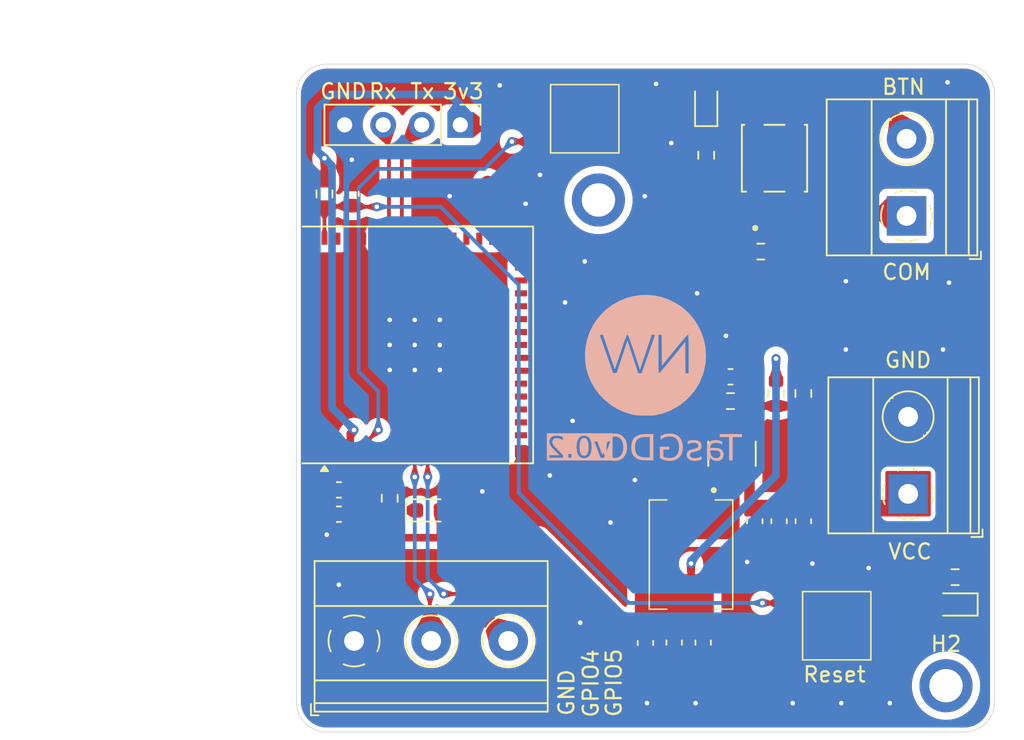
<source format=kicad_pcb>
(kicad_pcb (version 20240108) (generator "pcbnew") (generator_version "8.0")
  (title_block (title "TasGDO") (rev "v0.2"))
  (layers (0 "F.Cu" signal) (31 "B.Cu" signal) (34 "B.Paste" user) (35 "F.Paste" user) (36 "B.SilkS" user "B.Silkscreen") (37 "F.SilkS" user "F.Silkscreen") (38 "B.Mask" user) (39 "F.Mask" user) (44 "Edge.Cuts" user))
  (net 0 "")
  (net 1 "GND")
  (net 2 "/TX")
  (net 3 "/RX")
  (net 4 "+3.3V")
  (net 5 "/RELAY_LED")
  (net 18 "/BOOT_OPT")
  (net 22 "/CTRL")
  (net 23 "/ACT_LED")
  (net 31 "/EN")
  (net 38 "Net-(U2-SW)")
  (net 39 "Net-(C2-Pad1)")
  (net 40 "Net-(D2-K)")
  (net 41 "Net-(D3-K)")
  (net 42 "Net-(D4-K)")
  (net 43 "/RELAY")
  (net 44 "Net-(U2-BOOT)")
  (net 45 "Net-(U2-FB)")
  (net 46 "/GPIO5")
  (net 48 "/GPIO4")
  (net 50 "Net-(J3-Pin_1)")
  (net 51 "Net-(J3-Pin_2)")
  (net 52 "Net-(J4-Pin_1)")
  (net 54 "Net-(K1-Pad1)")
  (footprint "Resistor_SMD:R_0603_1608Metric" (layer "F.Cu") (at 155.6 90.7 90)
    (property "Reference" "R8" (hide yes))
    (property "Value" "30.9K" (hide yes))
    (pad "1" smd roundrect (at -0.825 0 90) (size 0.8 0.95) (layers "F.Cu" "F.Paste" "F.Mask") (net 45 "Net-(U2-FB)"))
    (pad "2" smd roundrect (at 0.825 0 90) (size 0.8 0.95) (layers "F.Cu" "F.Paste" "F.Mask") (net 4 "+3.3V"))
  )
  (footprint "TerminalBlock_Phoenix:TerminalBlock_Phoenix_MKDS-1,5-2-5.08_1x02_P5.08mm_Horizontal" (layer "F.Cu") (at 164.305 97.3125 90)
    (property "Reference" "J4" (hide yes))
    (property "Value" "Screw_Terminal_01x02" (hide yes))
    (pad "1" thru_hole rect (at 0 0 90) (size 2.6 2.6) (drill 1.3) (layers "*.Cu" "*.Mask") (net 52 "Net-(J4-Pin_1)"))
    (pad "2" thru_hole circle (at 5.08 0 90) (size 2.6 2.6) (drill 1.3) (layers "*.Cu" "*.Mask") (net 1 "GND"))
  )
  (footprint "Resistor_SMD:R_0603_1608Metric" (layer "F.Cu") (at 152.6 91.2)
    (property "Reference" "R7" (hide yes))
    (property "Value" "30" (hide yes))
    (pad "1" smd roundrect (at -0.825 0) (size 0.8 0.95) (layers "F.Cu" "F.Paste" "F.Mask") (net 44 "Net-(U2-BOOT)"))
    (pad "2" smd roundrect (at 0.825 0) (size 0.8 0.95) (layers "F.Cu" "F.Paste" "F.Mask") (net 39 "Net-(C2-Pad1)"))
  )
  (footprint "TerminalBlock_Phoenix:TerminalBlock_Phoenix_MKDS-1,5-2-5.08_1x02_P5.08mm_Horizontal" (layer "F.Cu") (at 164.2 79 90)
    (property "Reference" "J3" (hide yes))
    (property "Value" "Screw_Terminal_01x02" (hide yes))
    (pad "1" thru_hole rect (at 0 0 90) (size 2.6 2.6) (drill 1.3) (layers "*.Cu" "*.Mask") (net 50 "Net-(J3-Pin_1)"))
    (pad "2" thru_hole circle (at 5.08 0 90) (size 2.6 2.6) (drill 1.3) (layers "*.Cu" "*.Mask") (net 51 "Net-(J3-Pin_2)"))
  )
  (footprint "Capacitor_SMD:C_0603_1608Metric" (layer "F.Cu") (at 154.2 99.1125 90)
    (property "Reference" "C7" (hide yes))
    (property "Value" "100n" (hide yes))
    (pad "1" smd roundrect (at -0.775 0 90) (size 0.9 0.95) (layers "F.Cu" "F.Paste" "F.Mask") (net 1 "GND"))
    (pad "2" smd roundrect (at 0.775 0 90) (size 0.9 0.95) (layers "F.Cu" "F.Paste" "F.Mask") (net 52 "Net-(J4-Pin_1)"))
  )
  (footprint "Resistor_SMD:R_0603_1608Metric" (layer "F.Cu") (at 154.6 81.35)
    (property "Reference" "R2" (hide yes))
    (property "Value" "220" (hide yes))
    (pad "1" smd roundrect (at -0.825 0) (size 0.8 0.95) (layers "F.Cu" "F.Paste" "F.Mask") (net 43 "/RELAY"))
    (pad "2" smd roundrect (at 0.825 0) (size 0.8 0.95) (layers "F.Cu" "F.Paste" "F.Mask") (net 54 "Net-(K1-Pad1)"))
  )
  (footprint "Fiducial:Fiducial_1mm_Mask2mm" (layer "F.Cu") (at 154.1 111)
    (property "Reference" "FID2" (hide yes))
    (property "Value" "Fiducial" (hide yes))
    (pad "" smd circle (at 0 0) (size 1 1) (layers "F.Cu" "F.Mask") (clearance 0.5))
  )
  (footprint "LED_SMD:LED_0603_1608Metric" (layer "F.Cu") (at 151 71.6 90)
    (property "Reference" "D3" (hide yes))
    (property "Value" "Red" (hide yes))
    (pad "1" smd roundrect (at -0.7875 0 90) (size 0.875 0.95) (layers "F.Cu" "F.Paste" "F.Mask") (net 41 "Net-(D3-K)"))
    (pad "2" smd roundrect (at 0.7875 0 90) (size 0.875 0.95) (layers "F.Cu" "F.Paste" "F.Mask") (net 4 "+3.3V"))
  )
  (footprint "tasgdo:K2-1109SP-B4SA-01" (layer "F.Cu") (at 159.6 106 180)
    (property "Reference" "SW1" (hide yes))
    (property "Value" "SW_Push" (hide yes))
    (pad "1" smd roundrect (at -3.3 -1.5 180) (size 1.4 0.9) (layers "F.Cu" "F.Paste" "F.Mask") (net 1 "GND"))
    (pad "1" smd roundrect (at 3.3 -1.5 180) (size 1.4 0.9) (layers "F.Cu" "F.Paste" "F.Mask") (net 1 "GND"))
    (pad "2" smd roundrect (at -3.3 1.5 180) (size 1.4 0.9) (layers "F.Cu" "F.Paste" "F.Mask") (net 31 "/EN"))
    (pad "2" smd roundrect (at 3.3 1.5 180) (size 1.4 0.9) (layers "F.Cu" "F.Paste" "F.Mask") (net 31 "/EN"))
  )
  (footprint "MountingHole:MountingHole_2.2mm_M2_ISO7380_Pad" (layer "F.Cu") (at 143.9 77.95)
    (property "Reference" "H1" (hide yes))
    (property "Value" "MountingHole" (hide yes))
    (pad "1" thru_hole circle (at 0 0) (size 3.5 3.5) (drill 2.2) (layers "*.Cu" "*.Mask"))
  )
  (footprint "Resistor_SMD:R_0603_1608Metric" (layer "F.Cu") (at 167.4 102.8 180)
    (property "Reference" "R6" (hide yes))
    (property "Value" "1K" (hide yes))
    (pad "1" smd roundrect (at -0.825 0 180) (size 0.8 0.95) (layers "F.Cu" "F.Paste" "F.Mask") (net 42 "Net-(D4-K)"))
    (pad "2" smd roundrect (at 0.825 0 180) (size 0.8 0.95) (layers "F.Cu" "F.Paste" "F.Mask") (net 1 "GND"))
  )
  (footprint "Capacitor_SMD:C_0603_1608Metric" (layer "F.Cu") (at 126.8 98.65 180)
    (property "Reference" "C4" (hide yes))
    (property "Value" "10u" (hide yes))
    (pad "1" smd roundrect (at -0.775 0 180) (size 0.9 0.95) (layers "F.Cu" "F.Paste" "F.Mask") (net 4 "+3.3V"))
    (pad "2" smd roundrect (at 0.775 0 180) (size 0.9 0.95) (layers "F.Cu" "F.Paste" "F.Mask") (net 1 "GND"))
  )
  (footprint "Resistor_SMD:R_0603_1608Metric" (layer "F.Cu") (at 157.4 90.7 -90)
    (property "Reference" "R9" (hide yes))
    (property "Value" "10K" (hide yes))
    (pad "1" smd roundrect (at -0.825 0 270) (size 0.8 0.95) (layers "F.Cu" "F.Paste" "F.Mask") (net 1 "GND"))
    (pad "2" smd roundrect (at 0.825 0 270) (size 0.8 0.95) (layers "F.Cu" "F.Paste" "F.Mask") (net 45 "Net-(U2-FB)"))
  )
  (footprint "Capacitor_SMD:C_0603_1608Metric" (layer "F.Cu") (at 127.6 77.55 90)
    (property "Reference" "C1" (hide yes))
    (property "Value" "100n" (hide yes))
    (pad "1" smd roundrect (at -0.775 0 90) (size 0.9 0.95) (layers "F.Cu" "F.Paste" "F.Mask") (net 31 "/EN"))
    (pad "2" smd roundrect (at 0.775 0 90) (size 0.9 0.95) (layers "F.Cu" "F.Paste" "F.Mask") (net 1 "GND"))
  )
  (footprint "tasgdo:K2-1109SP-B4SA-01" (layer "F.Cu") (at 143 72.6)
    (property "Reference" "SW2" (hide yes))
    (property "Value" "SW_Push" (hide yes))
    (pad "1" smd roundrect (at -3.3 -1.5) (size 1.4 0.9) (layers "F.Cu" "F.Paste" "F.Mask") (net 1 "GND"))
    (pad "1" smd roundrect (at 3.3 -1.5) (size 1.4 0.9) (layers "F.Cu" "F.Paste" "F.Mask") (net 1 "GND"))
    (pad "2" smd roundrect (at -3.3 1.5) (size 1.4 0.9) (layers "F.Cu" "F.Paste" "F.Mask") (net 18 "/BOOT_OPT"))
    (pad "2" smd roundrect (at 3.3 1.5) (size 1.4 0.9) (layers "F.Cu" "F.Paste" "F.Mask") (net 18 "/BOOT_OPT"))
  )
  (footprint "Capacitor_SMD:C_0603_1608Metric" (layer "F.Cu") (at 126.8 97.05 180)
    (property "Reference" "C3" (hide yes))
    (property "Value" "100n" (hide yes))
    (pad "1" smd roundrect (at -0.775 0 180) (size 0.9 0.95) (layers "F.Cu" "F.Paste" "F.Mask") (net 4 "+3.3V"))
    (pad "2" smd roundrect (at 0.775 0 180) (size 0.9 0.95) (layers "F.Cu" "F.Paste" "F.Mask") (net 1 "GND"))
  )
  (footprint "Resistor_SMD:R_0603_1608Metric" (layer "F.Cu") (at 151 75 -90)
    (property "Reference" "R5" (hide yes))
    (property "Value" "1K" (hide yes))
    (pad "1" smd roundrect (at -0.825 0 270) (size 0.8 0.95) (layers "F.Cu" "F.Paste" "F.Mask") (net 41 "Net-(D3-K)"))
    (pad "2" smd roundrect (at 0.825 0 270) (size 0.8 0.95) (layers "F.Cu" "F.Paste" "F.Mask") (net 5 "/RELAY_LED"))
  )
  (footprint "Capacitor_SMD:C_0603_1608Metric" (layer "F.Cu") (at 152.6 89.6 180)
    (property "Reference" "C2" (hide yes))
    (property "Value" "100n" (hide yes))
    (pad "1" smd roundrect (at -0.775 0 180) (size 0.9 0.95) (layers "F.Cu" "F.Paste" "F.Mask") (net 39 "Net-(C2-Pad1)"))
    (pad "2" smd roundrect (at 0.775 0 180) (size 0.9 0.95) (layers "F.Cu" "F.Paste" "F.Mask") (net 38 "Net-(U2-SW)"))
  )
  (footprint "tasgdo:TPS56339DDCR" (layer "F.Cu") (at 152.7 94.6675 90)
    (property "Reference" "U2" (hide yes))
    (property "Value" "TPS56339DDCR" (hide yes))
    (pad "1" smd roundrect (at -1.155 -0.95 90) (size 1.45 0.59) (layers "F.Cu" "F.Paste" "F.Mask") (roundrect_rratio 0.125) (net 1 "GND"))
    (pad "2" smd roundrect (at -1.155 0 90) (size 1.45 0.59) (layers "F.Cu" "F.Paste" "F.Mask") (roundrect_rratio 0.125) (net 38 "Net-(U2-SW)"))
    (pad "3" smd roundrect (at -1.155 0.95 90) (size 1.45 0.59) (layers "F.Cu" "F.Paste" "F.Mask") (roundrect_rratio 0.125) (net 52 "Net-(J4-Pin_1)"))
    (pad "4" smd roundrect (at 1.155 0.95 90) (size 1.45 0.59) (layers "F.Cu" "F.Paste" "F.Mask") (roundrect_rratio 0.125) (net 45 "Net-(U2-FB)"))
    (pad "5" smd roundrect (at 1.155 0 90) (size 1.45 0.59) (layers "F.Cu" "F.Paste" "F.Mask") (roundrect_rratio 0.125))
    (pad "6" smd roundrect (at 1.155 -0.95 90) (size 1.45 0.59) (layers "F.Cu" "F.Paste" "F.Mask") (roundrect_rratio 0.125) (net 44 "Net-(U2-BOOT)"))
  )
  (footprint "tasgdo:SOIC254P680X230-4N" (layer "F.Cu") (at 155.5 75.2 90)
    (property "Reference" "K1" (hide yes))
    (property "Value" "AQY212GSX" (hide yes))
    (pad "1" smd roundrect (at -3.15 -1.27 90) (size 1.61 0.57) (layers "F.Cu" "F.Paste" "F.Mask") (roundrect_rratio 0.125) (net 54 "Net-(K1-Pad1)"))
    (pad "2" smd roundrect (at -3.15 1.27 90) (size 1.61 0.57) (layers "F.Cu" "F.Paste" "F.Mask") (roundrect_rratio 0.125) (net 1 "GND"))
    (pad "3" smd roundrect (at 3.15 1.27 90) (size 1.61 0.57) (layers "F.Cu" "F.Paste" "F.Mask") (roundrect_rratio 0.125) (net 51 "Net-(J3-Pin_2)"))
    (pad "4" smd roundrect (at 3.15 -1.27 90) (size 1.61 0.57) (layers "F.Cu" "F.Paste" "F.Mask") (roundrect_rratio 0.125) (net 50 "Net-(J3-Pin_1)"))
  )
  (footprint "Resistor_SMD:R_0603_1608Metric" (layer "F.Cu") (at 130.15 97.6 90)
    (property "Reference" "R4" (hide yes))
    (property "Value" "1K" (hide yes))
    (pad "1" smd roundrect (at -0.825 0 90) (size 0.8 0.95) (layers "F.Cu" "F.Paste" "F.Mask") (net 40 "Net-(D2-K)"))
    (pad "2" smd roundrect (at 0.825 0 90) (size 0.8 0.95) (layers "F.Cu" "F.Paste" "F.Mask") (net 23 "/ACT_LED"))
  )
  (footprint "tasgdo:YSPI0530" (layer "F.Cu") (at 150 101.3125 -90)
    (property "Reference" "L1" (hide yes))
    (property "Value" "4.7uH" (hide yes))
    (pad "1" smd rect (at -2.51 0 270) (size 2 2.5) (layers "F.Cu" "F.Paste" "F.Mask") (net 38 "Net-(U2-SW)"))
    (pad "2" smd rect (at 2.49 0 270) (size 2 2.5) (layers "F.Cu" "F.Paste" "F.Mask") (net 4 "+3.3V"))
  )
  (footprint "Capacitor_SMD:C_0603_1608Metric" (layer "F.Cu") (at 155.8 99.1125 90)
    (property "Reference" "C5" (hide yes))
    (property "Value" "10u" (hide yes))
    (pad "1" smd roundrect (at -0.775 0 90) (size 0.9 0.95) (layers "F.Cu" "F.Paste" "F.Mask") (net 1 "GND"))
    (pad "2" smd roundrect (at 0.775 0 90) (size 0.9 0.95) (layers "F.Cu" "F.Paste" "F.Mask") (net 52 "Net-(J4-Pin_1)"))
  )
  (footprint "Connector_PinHeader_2.54mm:PinHeader_1x04_P2.54mm_Vertical" (layer "F.Cu") (at 134.8 73 -90)
    (property "Reference" "J2" (hide yes))
    (property "Value" "Conn_01x04_Pin" (hide yes))
    (pad "1" thru_hole rect (at 0 0 270) (size 1.7 1.7) (drill 1) (layers "*.Cu" "*.Mask") (net 4 "+3.3V"))
    (pad "2" thru_hole oval (at 0 2.54 270) (size 1.7 1.7) (drill 1) (layers "*.Cu" "*.Mask") (net 2 "/TX"))
    (pad "3" thru_hole oval (at 0 5.08 270) (size 1.7 1.7) (drill 1) (layers "*.Cu" "*.Mask") (net 3 "/RX"))
    (pad "4" thru_hole oval (at 0 7.62 270) (size 1.7 1.7) (drill 1) (layers "*.Cu" "*.Mask") (net 1 "GND"))
  )
  (footprint "Capacitor_SMD:C_0603_1608Metric" (layer "F.Cu") (at 157.4 99.1125 90)
    (property "Reference" "C6" (hide yes))
    (property "Value" "10u" (hide yes))
    (pad "1" smd roundrect (at -0.775 0 90) (size 0.9 0.95) (layers "F.Cu" "F.Paste" "F.Mask") (net 1 "GND"))
    (pad "2" smd roundrect (at 0.775 0 90) (size 0.9 0.95) (layers "F.Cu" "F.Paste" "F.Mask") (net 52 "Net-(J4-Pin_1)"))
  )
  (footprint "LED_SMD:LED_0603_1608Metric" (layer "F.Cu") (at 132.7 98.4)
    (property "Reference" "D2" (hide yes))
    (property "Value" "B" (hide yes))
    (pad "1" smd roundrect (at -0.7875 0) (size 0.875 0.95) (layers "F.Cu" "F.Paste" "F.Mask") (net 40 "Net-(D2-K)"))
    (pad "2" smd roundrect (at 0.7875 0) (size 0.875 0.95) (layers "F.Cu" "F.Paste" "F.Mask") (net 4 "+3.3V"))
  )
  (footprint "TerminalBlock_Phoenix:TerminalBlock_Phoenix_MKDS-1,5-3-5.08_1x03_P5.08mm_Horizontal" (layer "F.Cu") (at 127.8 107)
    (property "Reference" "J6" (hide yes))
    (property "Value" "Screw_Terminal_01x03" (hide yes))
    (pad "1" thru_hole rect (at 0 0) (size 2.6 2.6) (drill 1.3) (layers "*.Cu" "*.Mask") (net 1 "GND"))
    (pad "2" thru_hole circle (at 5.08 0) (size 2.6 2.6) (drill 1.3) (layers "*.Cu" "*.Mask") (net 48 "/GPIO4"))
    (pad "3" thru_hole circle (at 10.16 0) (size 2.6 2.6) (drill 1.3) (layers "*.Cu" "*.Mask") (net 46 "/GPIO5"))
  )
  (footprint "MountingHole:MountingHole_2.2mm_M2_ISO7380_Pad" (layer "F.Cu") (at 166.8 109.95)
    (property "Reference" "H2" (at 0 -2.75 0) (layer "F.SilkS"))
    (property "Value" "MountingHole")
    (pad "1" thru_hole circle (at 0 0) (size 3.5 3.5) (drill 2.2) (layers "*.Cu" "*.Mask"))
  )
  (footprint "Fiducial:Fiducial_1mm_Mask2mm" (layer "F.Cu") (at 136.6 76.85)
    (property "Reference" "FID1" (hide yes))
    (property "Value" "Fiducial" (hide yes))
    (pad "" smd circle (at 0 0) (size 1 1) (layers "F.Cu" "F.Mask") (clearance 0.5))
  )
  (footprint "tasgdo:ESP32-S2-MINI-1" (layer "F.Cu") (at 129.25 87.5 90)
    (property "Reference" "U1" (hide yes))
    (property "Value" "ESP32-S3-MINI-2" (hide yes))
    (pad "1" smd rect (at -7 -3.4 90) (size 0.8 0.4) (layers "F.Cu" "F.Paste" "F.Mask") (net 1 "GND"))
    (pad "2" smd rect (at -7 -2.55 90) (size 0.8 0.4) (layers "F.Cu" "F.Paste" "F.Mask") (net 1 "GND"))
    (pad "3" smd rect (at -7 -1.7 90) (size 0.8 0.4) (layers "F.Cu" "F.Paste" "F.Mask") (net 4 "+3.3V"))
    (pad "4" smd rect (at -7 -0.85 90) (size 0.8 0.4) (layers "F.Cu" "F.Paste" "F.Mask") (net 18 "/BOOT_OPT"))
    (pad "5" smd rect (at -7 0 90) (size 0.8 0.4) (layers "F.Cu" "F.Paste" "F.Mask"))
    (pad "6" smd rect (at -7 0.85 90) (size 0.8 0.4) (layers "F.Cu" "F.Paste" "F.Mask") (net 23 "/ACT_LED"))
    (pad "7" smd rect (at -7 1.7 90) (size 0.8 0.4) (layers "F.Cu" "F.Paste" "F.Mask"))
    (pad "8" smd rect (at -7 2.55 90) (size 0.8 0.4) (layers "F.Cu" "F.Paste" "F.Mask") (net 48 "/GPIO4"))
    (pad "9" smd rect (at -7 3.4 90) (size 0.8 0.4) (layers "F.Cu" "F.Paste" "F.Mask") (net 46 "/GPIO5"))
    (pad "10" smd rect (at -7 4.25 90) (size 0.8 0.4) (layers "F.Cu" "F.Paste" "F.Mask"))
    (pad "11" smd rect (at -7 5.1 90) (size 0.8 0.4) (layers "F.Cu" "F.Paste" "F.Mask"))
    (pad "12" smd rect (at -7 5.95 90) (size 0.8 0.4) (layers "F.Cu" "F.Paste" "F.Mask"))
    (pad "13" smd rect (at -7 6.8 90) (size 0.8 0.4) (layers "F.Cu" "F.Paste" "F.Mask") (net 22 "/CTRL"))
    (pad "14" smd rect (at -7 7.65 90) (size 0.8 0.4) (layers "F.Cu" "F.Paste" "F.Mask"))
    (pad "15" smd rect (at -7 8.5 90) (size 0.8 0.4) (layers "F.Cu" "F.Paste" "F.Mask"))
    (pad "16" smd rect (at -5.95 9.55 180) (size 0.8 0.4) (layers "F.Cu" "F.Paste" "F.Mask"))
    (pad "17" smd rect (at -5.1 9.55 180) (size 0.8 0.4) (layers "F.Cu" "F.Paste" "F.Mask"))
    (pad "18" smd rect (at -4.25 9.55 180) (size 0.8 0.4) (layers "F.Cu" "F.Paste" "F.Mask"))
    (pad "19" smd rect (at -3.4 9.55 180) (size 0.8 0.4) (layers "F.Cu" "F.Paste" "F.Mask"))
    (pad "20" smd rect (at -2.55 9.55 180) (size 0.8 0.4) (layers "F.Cu" "F.Paste" "F.Mask"))
    (pad "21" smd rect (at -1.7 9.55 180) (size 0.8 0.4) (layers "F.Cu" "F.Paste" "F.Mask") (net 43 "/RELAY"))
    (pad "22" smd rect (at -0.85 9.55 180) (size 0.8 0.4) (layers "F.Cu" "F.Paste" "F.Mask") (net 5 "/RELAY_LED"))
    (pad "23" smd rect (at 0 9.55 180) (size 0.8 0.4) (layers "F.Cu" "F.Paste" "F.Mask"))
    (pad "24" smd rect (at 0.85 9.55 180) (size 0.8 0.4) (layers "F.Cu" "F.Paste" "F.Mask"))
    (pad "25" smd rect (at 1.7 9.55 180) (size 0.8 0.4) (layers "F.Cu" "F.Paste" "F.Mask"))
    (pad "26" smd rect (at 2.55 9.55 180) (size 0.8 0.4) (layers "F.Cu" "F.Paste" "F.Mask"))
    (pad "27" smd rect (at 3.4 9.55 180) (size 0.8 0.4) (layers "F.Cu" "F.Paste" "F.Mask"))
    (pad "28" smd rect (at 4.25 9.55 180) (size 0.8 0.4) (layers "F.Cu" "F.Paste" "F.Mask"))
    (pad "29" smd rect (at 5.1 9.55 180) (size 0.8 0.4) (layers "F.Cu" "F.Paste" "F.Mask"))
    (pad "30" smd rect (at 5.95 9.55 180) (size 0.8 0.4) (layers "F.Cu" "F.Paste" "F.Mask"))
    (pad "31" smd rect (at 7 8.5 90) (size 0.8 0.4) (layers "F.Cu" "F.Paste" "F.Mask"))
    (pad "32" smd rect (at 7 7.65 90) (size 0.8 0.4) (layers "F.Cu" "F.Paste" "F.Mask"))
    (pad "33" smd rect (at 7 6.8 90) (size 0.8 0.4) (layers "F.Cu" "F.Paste" "F.Mask"))
    (pad "34" smd rect (at 7 5.95 90) (size 0.8 0.4) (layers "F.Cu" "F.Paste" "F.Mask"))
    (pad "35" smd rect (at 7 5.1 90) (size 0.8 0.4) (layers "F.Cu" "F.Paste" "F.Mask"))
    (pad "36" smd rect (at 7 4.25 90) (size 0.8 0.4) (layers "F.Cu" "F.Paste" "F.Mask"))
    (pad "37" smd rect (at 7 3.4 90) (size 0.8 0.4) (layers "F.Cu" "F.Paste" "F.Mask"))
    (pad "38" smd rect (at 7 2.55 90) (size 0.8 0.4) (layers "F.Cu" "F.Paste" "F.Mask"))
    (pad "39" smd rect (at 7 1.7 90) (size 0.8 0.4) (layers "F.Cu" "F.Paste" "F.Mask") (net 2 "/TX"))
    (pad "40" smd rect (at 7 0.85 90) (size 0.8 0.4) (layers "F.Cu" "F.Paste" "F.Mask") (net 3 "/RX"))
    (pad "41" smd rect (at 7 0 90) (size 0.8 0.4) (layers "F.Cu" "F.Paste" "F.Mask"))
    (pad "42" smd rect (at 7 -0.85 90) (size 0.8 0.4) (layers "F.Cu" "F.Paste" "F.Mask") (net 1 "GND"))
    (pad "43" smd rect (at 7 -1.7 90) (size 0.8 0.4) (layers "F.Cu" "F.Paste" "F.Mask") (net 1 "GND"))
    (pad "44" smd rect (at 7 -2.55 90) (size 0.8 0.4) (layers "F.Cu" "F.Paste" "F.Mask"))
    (pad "45" smd rect (at 7 -3.4 90) (size 0.8 0.4) (layers "F.Cu" "F.Paste" "F.Mask") (net 31 "/EN"))
    (pad "46" smd rect (at 5.95 -4.45 180) (size 0.8 0.4) (layers "F.Cu" "F.Paste" "F.Mask") (net 1 "GND"))
    (pad "47" smd rect (at 5.1 -4.45 180) (size 0.8 0.4) (layers "F.Cu" "F.Paste" "F.Mask") (net 1 "GND"))
    (pad "48" smd rect (at 4.25 -4.45 180) (size 0.8 0.4) (layers "F.Cu" "F.Paste" "F.Mask") (net 1 "GND"))
    (pad "49" smd rect (at 3.4 -4.45 180) (size 0.8 0.4) (layers "F.Cu" "F.Paste" "F.Mask") (net 1 "GND"))
    (pad "50" smd rect (at 2.55 -4.45 180) (size 0.8 0.4) (layers "F.Cu" "F.Paste" "F.Mask") (net 1 "GND"))
    (pad "51" smd rect (at 1.7 -4.45 180) (size 0.8 0.4) (layers "F.Cu" "F.Paste" "F.Mask") (net 1 "GND"))
    (pad "52" smd rect (at 0.85 -4.45 180) (size 0.8 0.4) (layers "F.Cu" "F.Paste" "F.Mask") (net 1 "GND"))
    (pad "53" smd rect (at 0 -4.45 180) (size 0.8 0.4) (layers "F.Cu" "F.Paste" "F.Mask") (net 1 "GND"))
    (pad "54" smd rect (at -0.85 -4.45 180) (size 0.8 0.4) (layers "F.Cu" "F.Paste" "F.Mask") (net 1 "GND"))
    (pad "55" smd rect (at -1.7 -4.45 180) (size 0.8 0.4) (layers "F.Cu" "F.Paste" "F.Mask") (net 1 "GND"))
    (pad "56" smd rect (at -2.55 -4.45 180) (size 0.8 0.4) (layers "F.Cu" "F.Paste" "F.Mask") (net 1 "GND"))
    (pad "57" smd rect (at -3.4 -4.45 180) (size 0.8 0.4) (layers "F.Cu" "F.Paste" "F.Mask") (net 1 "GND"))
    (pad "58" smd rect (at -4.25 -4.45 180) (size 0.8 0.4) (layers "F.Cu" "F.Paste" "F.Mask") (net 1 "GND"))
    (pad "59" smd rect (at -5.1 -4.45 180) (size 0.8 0.4) (layers "F.Cu" "F.Paste" "F.Mask") (net 1 "GND"))
    (pad "60" smd rect (at -5.95 -4.45 180) (size 0.8 0.4) (layers "F.Cu" "F.Paste" "F.Mask") (net 1 "GND"))
    (pad "61" smd roundrect (at -1.65 0.9 90) (size 1.2 1.2) (layers "F.Cu" "F.Paste" "F.Mask") (roundrect_rratio 0) (chamfer_ratio 0.33) (chamfer top_left) (net 1 "GND"))
    (pad "61" smd rect (at -1.65 2.55 90) (size 1.2 1.2) (layers "F.Cu" "F.Paste" "F.Mask") (net 1 "GND"))
    (pad "61" smd rect (at -1.65 4.2 90) (size 1.2 1.2) (layers "F.Cu" "F.Paste" "F.Mask") (net 1 "GND"))
    (pad "61" smd rect (at 0 0.9 90) (size 1.2 1.2) (layers "F.Cu" "F.Paste" "F.Mask") (net 1 "GND"))
    (pad "61" smd rect (at 0 2.55 90) (size 1.2 1.2) (layers "F.Cu" "F.Paste" "F.Mask") (net 1 "GND"))
    (pad "61" smd rect (at 0 4.2 90) (size 1.2 1.2) (layers "F.Cu" "F.Paste" "F.Mask") (net 1 "GND"))
    (pad "61" smd rect (at 1.65 0.9 90) (size 1.2 1.2) (layers "F.Cu" "F.Paste" "F.Mask") (net 1 "GND"))
    (pad "61" smd rect (at 1.65 2.55 90) (size 1.2 1.2) (layers "F.Cu" "F.Paste" "F.Mask") (net 1 "GND"))
    (pad "61" smd rect (at 1.65 4.2 90) (size 1.2 1.2) (layers "F.Cu" "F.Paste" "F.Mask") (net 1 "GND"))
    (pad "62" smd rect (at -7 -4.45 90) (size 0.8 0.8) (layers "F.Cu" "F.Paste" "F.Mask") (net 1 "GND"))
    (pad "63" smd rect (at -7 9.55 90) (size 0.8 0.8) (layers "F.Cu" "F.Paste" "F.Mask") (net 1 "GND"))
    (pad "64" smd rect (at 7 9.55 90) (size 0.8 0.8) (layers "F.Cu" "F.Paste" "F.Mask") (net 1 "GND"))
    (pad "65" smd rect (at 7 -4.45 90) (size 0.8 0.8) (layers "F.Cu" "F.Paste" "F.Mask") (net 1 "GND"))
    (zone (net 0) (net_name "") (layers "*.Cu") (name "Antenna") (connect_pads (clearance 0)) (min_thickness 0.254)
      (keepout (tracks not_allowed) (vias not_allowed) (pads not_allowed) (copperpour not_allowed) (footprints not_allowed))
      (fill (thermal_gap 0.508) (thermal_bridge_width 0.508))
      (polygon (pts (xy 124 64.8) (xy 124 110.2) (xy 104.5 110.2) (xy 104.5 64.8)))
    )
  )
  (footprint "Capacitor_SMD:C_0603_1608Metric" (layer "F.Cu") (at 150.8 107.1125 90)
    (property "Reference" "C9" (hide yes))
    (property "Value" "100n" (hide yes))
    (pad "1" smd roundrect (at -0.775 0 90) (size 0.9 0.95) (layers "F.Cu" "F.Paste" "F.Mask") (net 1 "GND"))
    (pad "2" smd roundrect (at 0.775 0 90) (size 0.9 0.95) (layers "F.Cu" "F.Paste" "F.Mask") (net 4 "+3.3V"))
  )
  (footprint "Fiducial:Fiducial_1mm_Mask2mm" (layer "F.Cu") (at 164.05 85.4)
    (property "Reference" "FID3" (hide yes))
    (property "Value" "Fiducial" (hide yes))
    (pad "" smd circle (at 0 0) (size 1 1) (layers "F.Cu" "F.Mask") (clearance 0.5))
  )
  (footprint "Capacitor_SMD:C_0603_1608Metric" (layer "F.Cu") (at 148.89 107.1125 90)
    (property "Reference" "C8" (hide yes))
    (property "Value" "22u" (hide yes))
    (pad "1" smd roundrect (at -0.775 0 90) (size 0.9 0.95) (layers "F.Cu" "F.Paste" "F.Mask") (net 1 "GND"))
    (pad "2" smd roundrect (at 0.775 0 90) (size 0.9 0.95) (layers "F.Cu" "F.Paste" "F.Mask") (net 4 "+3.3V"))
  )
  (footprint "Capacitor_SMD:C_0603_1608Metric" (layer "F.Cu") (at 147 107.1375 90)
    (property "Reference" "C10" (hide yes))
    (property "Value" "22u" (hide yes))
    (pad "1" smd roundrect (at -0.775 0 90) (size 0.9 0.95) (layers "F.Cu" "F.Paste" "F.Mask") (net 1 "GND"))
    (pad "2" smd roundrect (at 0.775 0 90) (size 0.9 0.95) (layers "F.Cu" "F.Paste" "F.Mask") (net 4 "+3.3V"))
  )
  (footprint "LED_SMD:LED_0603_1608Metric" (layer "F.Cu") (at 167.4 104.6 180)
    (property "Reference" "D4" (hide yes))
    (property "Value" "Red" (hide yes))
    (pad "1" smd roundrect (at -0.7875 0 180) (size 0.875 0.95) (layers "F.Cu" "F.Paste" "F.Mask") (net 42 "Net-(D4-K)"))
    (pad "2" smd roundrect (at 0.7875 0 180) (size 0.875 0.95) (layers "F.Cu" "F.Paste" "F.Mask") (net 4 "+3.3V"))
  )
  (footprint "Resistor_SMD:R_0603_1608Metric" (layer "F.Cu") (at 125.85 77.55 -90)
    (property "Reference" "R1" (hide yes))
    (property "Value" "10k" (hide yes))
    (pad "1" smd roundrect (at -0.825 0 270) (size 0.8 0.95) (layers "F.Cu" "F.Paste" "F.Mask") (net 4 "+3.3V"))
    (pad "2" smd roundrect (at 0.825 0 270) (size 0.8 0.95) (layers "F.Cu" "F.Paste" "F.Mask") (net 31 "/EN"))
  )
  (footprint "tasgdo:Logo" (layer "B.Cu") (at 147 88.2 180)
    (property "Reference" "G***" (hide yes))
    (property "Value" "LOGO" (hide yes))
  )
  (gr_line (start 168 113) (end 126 113) (stroke (width 0.05)) (layer "Edge.Cuts"))
  (gr_arc (start 168 69) (mid 169.414214 69.585786) (end 170 71) (stroke (width 0.05)) (layer "Edge.Cuts"))
  (gr_line (start 170 71) (end 170 111) (stroke (width 0.05)) (layer "Edge.Cuts"))
  (gr_line (start 126 69) (end 168 69) (stroke (width 0.05)) (layer "Edge.Cuts"))
  (gr_line (start 124 111) (end 124 71) (stroke (width 0.05)) (layer "Edge.Cuts"))
  (gr_arc (start 170 111) (mid 169.414214 112.414214) (end 168 113) (stroke (width 0.05)) (layer "Edge.Cuts"))
  (gr_arc (start 126 113) (mid 124.585786 112.414214) (end 124 111) (stroke (width 0.05)) (layer "Edge.Cuts"))
  (gr_arc (start 124 71) (mid 124.585786 69.585786) (end 126 69) (stroke (width 0.05)) (layer "Edge.Cuts"))
  (gr_text "v0.2" (at 142.6 94.35 0) (layer "B.SilkS" knockout) (effects (font (size 1.4 1.4) (thickness 0.16)) (justify mirror)))
  (gr_text "TasGDO" (at 148.7 94.4 0) (layer "B.SilkS") (effects (font (size 1.7 1.7) (thickness 0.2)) (justify mirror)))
  (gr_text "Tx" (at 132.3 70.8 0) (layer "F.SilkS") (effects (font (size 1 1))))
  (gr_text "BTN" (at 164 70.5 0) (layer "F.SilkS") (effects (font (size 1 1))))
  (gr_text "VCC" (at 162.9 101.7 0) (layer "F.SilkS") (effects (font (size 1 1)) (justify left bottom)))
  (gr_text "GPIO4" (at 143.4 109.8 90) (layer "F.SilkS") (effects (font (size 1 1))))
  (gr_text "Rx" (at 129.7 70.8 0) (layer "F.SilkS") (effects (font (size 1 1))))
  (gr_text "COM" (at 164.2 82.7 0) (layer "F.SilkS") (effects (font (size 1 1))))
  (gr_text "3v3" (at 135 70.8 0) (layer "F.SilkS") (effects (font (size 1 1))))
  (gr_text "Reset" (at 157.3 109.8 0) (layer "F.SilkS") (effects (font (size 1 1)) (justify left bottom)))
  (gr_text "GND" (at 141.8 110.4 90) (layer "F.SilkS") (effects (font (size 1 1))))
  (gr_text "GND" (at 164.3 88.5 0) (layer "F.SilkS") (effects (font (size 1 1))))
  (gr_text "GND" (at 127.1 70.8 0) (layer "F.SilkS") (effects (font (size 1 1))))
  (gr_text "GPIO5" (at 145.5 112.1 90) (layer "F.SilkS") (effects (font (size 1 1)) (justify left bottom)))
  (via (at 160.2 83.3) (size 0.6) (drill 0.3) (layers "F.Cu" "B.Cu") (net 1))
  (via (at 131.8 87.5) (size 0.6) (drill 0.3) (layers "F.Cu" "B.Cu") (net 1))
  (via (at 158 101.9) (size 0.6) (drill 0.3) (layers "F.Cu" "B.Cu") (net 1))
  (via (at 136.25 97.15) (size 0.6) (drill 0.3) (layers "F.Cu" "B.Cu") (net 1))
  (via (at 133.45 89.15) (size 0.6) (drill 0.3) (layers "F.Cu" "B.Cu") (net 1))
  (via (at 127.65 75.3) (size 0.6) (drill 0.3) (layers "F.Cu" "B.Cu") (net 1))
  (via (at 131.8 85.85) (size 0.6) (drill 0.3) (layers "F.Cu" "B.Cu") (net 1))
  (via (at 131.8 89.15) (size 0.6) (drill 0.3) (layers "F.Cu" "B.Cu") (net 1))
  (via (at 160.2 87.8) (size 0.6) (drill 0.3) (layers "F.Cu" "B.Cu") (net 1))
  (via (at 134.1 77.7) (size 0.6) (drill 0.3) (layers "F.Cu" "B.Cu") (net 1))
  (via (at 137.4 70.4) (size 0.6) (drill 0.3) (layers "F.Cu" "B.Cu") (net 1))
  (via (at 166.6 87.8) (size 0.6) (drill 0.3) (layers "F.Cu" "B.Cu") (net 1))
  (via (at 143 82) (size 0.6) (drill 0.3) (layers "F.Cu" "B.Cu") (net 1))
  (via (at 163.1 111.1) (size 0.6) (drill 0.3) (layers "F.Cu" "B.Cu") (net 1))
  (via (at 153.7 101.8) (size 0.6) (drill 0.3) (layers "F.Cu" "B.Cu") (net 1))
  (via (at 147.7 70.3) (size 0.6) (drill 0.3) (layers "F.Cu" "B.Cu") (net 1))
  (via (at 146.95 77.7) (size 0.6) (drill 0.3) (layers "F.Cu" "B.Cu") (net 1))
  (via (at 133.45 85.85) (size 0.6) (drill 0.3) (layers "F.Cu" "B.Cu") (net 1))
  (via (at 146.3 96.4) (size 0.6) (drill 0.3) (layers "F.Cu" "B.Cu") (net 1))
  (via (at 126.8 103.3) (size 0.6) (drill 0.3) (layers "F.Cu" "B.Cu") (net 1))
  (via (at 150.3 111.1) (size 0.6) (drill 0.3) (layers "F.Cu" "B.Cu") (net 1))
  (via (at 142.2 92.5) (size 0.6) (drill 0.3) (layers "F.Cu" "B.Cu") (net 1))
  (via (at 150.4 84.1) (size 0.6) (drill 0.3) (layers "F.Cu" "B.Cu") (net 1))
  (via (at 166.9 70.2) (size 0.6) (drill 0.3) (layers "F.Cu" "B.Cu") (net 1))
  (via (at 130.15 85.85) (size 0.6) (drill 0.3) (layers "F.Cu" "B.Cu") (net 1))
  (via (at 140.05 76.3) (size 0.6) (drill 0.3) (layers "F.Cu" "B.Cu") (net 1))
  (via (at 130.15 89.15) (size 0.6) (drill 0.3) (layers "F.Cu" "B.Cu") (net 1))
  (via (at 133.45 87.5) (size 0.6) (drill 0.3) (layers "F.Cu" "B.Cu") (net 1))
  (via (at 139.1 78.2) (size 0.6) (drill 0.3) (layers "F.Cu" "B.Cu") (net 1))
  (via (at 130.15 87.5) (size 0.6) (drill 0.3) (layers "F.Cu" "B.Cu") (net 1))
  (via (at 159.9 111.1) (size 0.6) (drill 0.3) (layers "F.Cu" "B.Cu") (net 1))
  (via (at 142.7 105.8) (size 0.6) (drill 0.3) (layers "F.Cu" "B.Cu") (net 1))
  (via (at 141.7 84.7) (size 0.6) (drill 0.3) (layers "F.Cu" "B.Cu") (net 1))
  (via (at 156.7 111.1) (size 0.6) (drill 0.3) (layers "F.Cu" "B.Cu") (net 1))
  (via (at 152.3 86.9) (size 0.6) (drill 0.3) (layers "F.Cu" "B.Cu") (net 1))
  (via (at 167 83.4) (size 0.6) (drill 0.3) (layers "F.Cu" "B.Cu") (net 1))
  (via (at 161.7 102.2) (size 0.6) (drill 0.3) (layers "F.Cu" "B.Cu") (net 1))
  (via (at 126 100) (size 0.6) (drill 0.3) (layers "F.Cu" "B.Cu") (net 1))
  (via (at 148.7 74.2) (size 0.6) (drill 0.3) (layers "F.Cu" "B.Cu") (net 1))
  (via (at 140.7 96.1) (size 0.6) (drill 0.3) (layers "F.Cu" "B.Cu") (net 1))
  (via (at 147.1 111.1) (size 0.6) (drill 0.3) (layers "F.Cu" "B.Cu") (net 1))
  (via (at 144.7 99.2) (size 0.6) (drill 0.3) (layers "F.Cu" "B.Cu") (net 1))
  (segment (start 130.95 74.31) (end 132.26 73) (width 0.25) (layer "F.Cu") (net 2))
  (segment (start 130.95 80.5) (end 130.95 74.31) (width 0.25) (layer "F.Cu") (net 2))
  (segment (start 130.1 74.3) (end 129.72 73.92) (width 0.25) (layer "F.Cu") (net 3))
  (segment (start 129.72 73.92) (end 129.72 73) (width 0.25) (layer "F.Cu") (net 3))
  (segment (start 130.1 80.5) (end 130.1 74.3) (width 0.25) (layer "F.Cu") (net 3))
  (segment (start 127.8 93.1) (end 127.55 93.35) (width 0.5) (layer "F.Cu") (net 4))
  (segment (start 146.1625 106.3625) (end 140 100.2) (width 0.5) (layer "F.Cu") (net 4))
  (segment (start 140 100.2) (end 134.4 100.2) (width 0.5) (layer "F.Cu") (net 4))
  (segment (start 127.55 95.3) (end 127.575 95.325) (width 0.5) (layer "F.Cu") (net 4))
  (segment (start 133.4875 98.4) (end 133.4875 100.1375) (width 0.5) (layer "F.Cu") (net 4))
  (segment (start 137.5 72.5) (end 137 73) (width 0.35) (layer "F.Cu") (net 4))
  (segment (start 129.125 100.2) (end 127.575 98.65) (width 0.5) (layer "F.Cu") (net 4))
  (segment (start 134.4 100.2) (end 129.125 100.2) (width 0.5) (layer "F.Cu") (net 4))
  (segment (start 147 106.3625) (end 146.1625 106.3625) (width 0.5) (layer "F.Cu") (net 4))
  (segment (start 155.6 89.875) (end 155.6 88.4) (width 0.5) (layer "F.Cu") (net 4))
  (segment (start 127.575 95.325) (end 127.575 97.05) (width 0.5) (layer "F.Cu") (net 4))
  (segment (start 148.4 72.5) (end 137.5 72.5) (width 0.35) (layer "F.Cu") (net 4))
  (segment (start 127.575 97.05) (end 127.575 98.65) (width 0.5) (layer "F.Cu") (net 4))
  (segment (start 137 73) (end 134.8 73) (width 0.35) (layer "F.Cu") (net 4))
  (segment (start 125.85 75.2) (end 125.85 76.725) (width 0.5) (layer "F.Cu") (net 4))
  (segment (start 166.6125 105.6875) (end 165.9625 106.3375) (width 0.5) (layer "F.Cu") (net 4))
  (segment (start 166.6125 104.6) (end 166.6125 105.6875) (width 0.5) (layer "F.Cu") (net 4))
  (segment (start 151 70.8125) (end 150.0875 70.8125) (width 0.35) (layer "F.Cu") (net 4))
  (segment (start 150.0875 70.8125) (end 148.4 72.5) (width 0.35) (layer "F.Cu") (net 4))
  (segment (start 127.55 93.35) (end 127.55 95.3) (width 0.5) (layer "F.Cu") (net 4))
  (segment (start 150 101.9) (end 150 103.8025) (width 0.5) (layer "F.Cu") (net 4))
  (segment (start 165.9625 106.3375) (end 150.8 106.3375) (width 0.5) (layer "F.Cu") (net 4))
  (via (at 127.8 93.1) (size 0.6) (drill 0.3) (layers "F.Cu" "B.Cu") (net 4))
  (via (at 150 101.9) (size 0.6) (drill 0.3) (layers "F.Cu" "B.Cu") (net 4))
  (via (at 155.6 88.4) (size 0.6) (drill 0.3) (layers "F.Cu" "B.Cu") (net 4))
  (via (at 125.85 75.2) (size 0.6) (drill 0.3) (layers "F.Cu" "B.Cu") (net 4))
  (segment (start 126.3 71) (end 134.1 71) (width 0.5) (layer "B.Cu") (net 4))
  (segment (start 126.35 75.7) (end 126.35 91.65) (width 0.5) (layer "B.Cu") (net 4))
  (segment (start 126.35 91.65) (end 127.8 93.1) (width 0.5) (layer "B.Cu") (net 4))
  (segment (start 150 101.7) (end 155.6 96.1) (width 0.5) (layer "B.Cu") (net 4))
  (segment (start 125.4 74.75) (end 125.4 71.9) (width 0.5) (layer "B.Cu") (net 4))
  (segment (start 125.85 75.2) (end 126.35 75.7) (width 0.5) (layer "B.Cu") (net 4))
  (segment (start 150 101.9) (end 150 101.7) (width 0.5) (layer "B.Cu") (net 4))
  (segment (start 134.8 71.7) (end 134.8 73) (width 0.5) (layer "B.Cu") (net 4))
  (segment (start 134.1 71) (end 134.8 71.7) (width 0.5) (layer "B.Cu") (net 4))
  (segment (start 125.85 75.2) (end 125.4 74.75) (width 0.5) (layer "B.Cu") (net 4))
  (segment (start 125.4 71.9) (end 126.3 71) (width 0.5) (layer "B.Cu") (net 4))
  (segment (start 155.6 96.1) (end 155.6 88.4) (width 0.5) (layer "B.Cu") (net 4))
  (segment (start 151 77.95) (end 151 75.825) (width 0.25) (layer "F.Cu") (net 5))
  (segment (start 140.6 88.35) (end 151 77.95) (width 0.25) (layer "F.Cu") (net 5))
  (segment (start 138.8 88.35) (end 140.6 88.35) (width 0.25) (layer "F.Cu") (net 5))
  (segment (start 146.3 74.1) (end 139.7 74.1) (width 0.25) (layer "F.Cu") (net 18))
  (segment (start 139.7 74.1) (end 138.2 74.1) (width 0.25) (layer "F.Cu") (net 18))
  (segment (start 128.4 94.1) (end 128.4 94.5) (width 0.25) (layer "F.Cu") (net 18))
  (segment (start 129.4 93.1) (end 128.4 94.1) (width 0.25) (layer "F.Cu") (net 18))
  (via (at 129.4 93.1) (size 0.6) (drill 0.3) (layers "F.Cu" "B.Cu") (net 18))
  (via (at 138.2 74.1) (size 0.6) (drill 0.3) (layers "F.Cu" "B.Cu") (net 18))
  (segment (start 128.1 89.25) (end 128.1 77.15) (width 0.25) (layer "B.Cu") (net 18))
  (segment (start 129.4 90.55) (end 128.1 89.25) (width 0.25) (layer "B.Cu") (net 18))
  (segment (start 129.35 75.9) (end 136.4 75.9) (width 0.25) (layer "B.Cu") (net 18))
  (segment (start 128.1 77.15) (end 129.35 75.9) (width 0.25) (layer "B.Cu") (net 18))
  (segment (start 129.4 93.1) (end 129.4 90.55) (width 0.25) (layer "B.Cu") (net 18))
  (segment (start 136.4 75.9) (end 138.2 74.1) (width 0.25) (layer "B.Cu") (net 18))
  (segment (start 130.15 96.775) (end 130.15 96.6) (width 0.25) (layer "F.Cu") (net 23))
  (segment (start 130.15 96.6) (end 130.1 96.55) (width 0.25) (layer "F.Cu") (net 23))
  (segment (start 130.1 96.55) (end 130.1 94.5) (width 0.25) (layer "F.Cu") (net 23))
  (segment (start 129.3 78.4) (end 127.675 78.4) (width 0.25) (layer "F.Cu") (net 31))
  (segment (start 125.85 78.375) (end 127.55 78.375) (width 0.25) (layer "F.Cu") (net 31))
  (segment (start 125.85 80.5) (end 125.85 78.375) (width 0.25) (layer "F.Cu") (net 31))
  (segment (start 162.9 104.5) (end 156.3 104.5) (width 0.25) (layer "F.Cu") (net 31))
  (segment (start 127.675 78.4) (end 127.6 78.325) (width 0.25) (layer "F.Cu") (net 31))
  (segment (start 156.3 104.5) (end 154.7 104.5) (width 0.25) (layer "F.Cu") (net 31))
  (segment (start 127.55 78.375) (end 127.6 78.325) (width 0.25) (layer "F.Cu") (net 31))
  (via (at 154.7 104.5) (size 0.6) (drill 0.3) (layers "F.Cu" "B.Cu") (net 31))
  (via (at 129.3 78.4) (size 0.6) (drill 0.3) (layers "F.Cu" "B.Cu") (net 31))
  (segment (start 138.65 97.25) (end 145.9 104.5) (width 0.25) (layer "B.Cu") (net 31))
  (segment (start 145.9 104.5) (end 154.7 104.5) (width 0.25) (layer "B.Cu") (net 31))
  (segment (start 138.65 83.55) (end 138.65 97.25) (width 0.25) (layer "B.Cu") (net 31))
  (segment (start 133.5 78.4) (end 138.65 83.55) (width 0.25) (layer "B.Cu") (net 31))
  (segment (start 129.3 78.4) (end 133.5 78.4) (width 0.25) (layer "B.Cu") (net 31))
  (segment (start 152.7 95.8225) (end 152.7 95.1) (width 0.35) (layer "F.Cu") (net 38))
  (segment (start 152.26 94.66) (end 150.96 94.66) (width 0.35) (layer "F.Cu") (net 38))
  (segment (start 150.7 89.6) (end 151.825 89.6) (width 0.35) (layer "F.Cu") (net 38))
  (segment (start 150.4 89.9) (end 150.7 89.6) (width 0.35) (layer "F.Cu") (net 38))
  (segment (start 150.4 94.1) (end 150.4 89.9) (width 0.35) (layer "F.Cu") (net 38))
  (segment (start 152.7 95.1) (end 152.26 94.66) (width 0.35) (layer "F.Cu") (net 38))
  (segment (start 150.96 94.66) (end 150.4 94.1) (width 0.35) (layer "F.Cu") (net 38))
  (segment (start 153.425 91.2) (end 153.425 89.65) (width 0.5) (layer "F.Cu") (net 39))
  (segment (start 153.425 89.65) (end 153.375 89.6) (width 0.5) (layer "F.Cu") (net 39))
  (segment (start 130.175 98.4) (end 130.15 98.425) (width 0.25) (layer "F.Cu") (net 40))
  (segment (start 131.9125 98.4) (end 130.175 98.4) (width 0.25) (layer "F.Cu") (net 40))
  (segment (start 151 72.3875) (end 151 74.175) (width 0.25) (layer "F.Cu") (net 41))
  (segment (start 168.225 102.8) (end 168.225 104.5625) (width 0.5) (layer "F.Cu") (net 42))
  (segment (start 168.225 104.5625) (end 168.1875 104.6) (width 0.5) (layer "F.Cu") (net 42))
  (segment (start 141.6 89.2) (end 138.8 89.2) (width 0.25) (layer "F.Cu") (net 43))
  (segment (start 153.775 81.35) (end 149.45 81.35) (width 0.25) (layer "F.Cu") (net 43))
  (segment (start 149.45 81.35) (end 141.6 89.2) (width 0.25) (layer "F.Cu") (net 43))
  (segment (start 151.75 93.5125) (end 151.75 91.225) (width 0.5) (layer "F.Cu") (net 44))
  (segment (start 151.75 91.225) (end 151.775 91.2) (width 0.5) (layer "F.Cu") (net 44))
  (segment (start 153.65 93.5125) (end 153.65 92.65) (width 0.5) (layer "F.Cu") (net 45))
  (segment (start 154.775 91.525) (end 155.6 91.525) (width 0.5) (layer "F.Cu") (net 45))
  (segment (start 153.65 92.65) (end 154.775 91.525) (width 0.5) (layer "F.Cu") (net 45))
  (segment (start 155.6 91.525) (end 157.4 91.525) (width 0.5) (layer "F.Cu") (net 45))
  (segment (start 134.86 103.9) (end 137.96 107) (width 0.25) (layer "F.Cu") (net 46))
  (segment (start 132.65 96.2) (end 132.65 94.5) (width 0.25) (layer "F.Cu") (net 46))
  (segment (start 133.7 103.9) (end 134.86 103.9) (width 0.25) (layer "F.Cu") (net 46))
  (via (at 133.7 103.9) (size 0.6) (drill 0.3) (layers "F.Cu" "B.Cu") (net 46))
  (via (at 132.65 96.2) (size 0.6) (drill 0.3) (layers "F.Cu" "B.Cu") (net 46))
  (segment (start 132.65 96.2) (end 132.65 102.85) (width 0.25) (layer "B.Cu") (net 46))
  (segment (start 132.65 102.85) (end 133.7 103.9) (width 0.25) (layer "B.Cu") (net 46))
  (segment (start 132.8 103.9) (end 132.8 106.92) (width 0.25) (layer "F.Cu") (net 48))
  (segment (start 132.8 106.92) (end 132.88 107) (width 0.25) (layer "F.Cu") (net 48))
  (segment (start 131.8 96.2) (end 131.8 94.5) (width 0.25) (layer "F.Cu") (net 48))
  (via (at 131.8 96.2) (size 0.6) (drill 0.3) (layers "F.Cu" "B.Cu") (net 48))
  (via (at 132.8 103.9) (size 0.6) (drill 0.3) (layers "F.Cu" "B.Cu") (net 48))
  (segment (start 131.8 102.9) (end 132.8 103.9) (width 0.25) (layer "B.Cu") (net 48))
  (segment (start 131.8 96.2) (end 131.8 102.9) (width 0.25) (layer "B.Cu") (net 48))
  (segment (start 164.2 79) (end 162.3 79) (width 0.35) (layer "F.Cu") (net 50))
  (segment (start 155.05 74.9) (end 154.23 74.08) (width 0.35) (layer "F.Cu") (net 50))
  (segment (start 162.3 79) (end 158.2 74.9) (width 0.35) (layer "F.Cu") (net 50))
  (segment (start 154.23 74.08) (end 154.23 72.05) (width 0.35) (layer "F.Cu") (net 50))
  (segment (start 158.2 74.9) (end 155.05 74.9) (width 0.35) (layer "F.Cu") (net 50))
  (segment (start 164.2 73.92) (end 164.2 73) (width 0.35) (layer "F.Cu") (net 51))
  (segment (start 163.25 72.05) (end 156.77 72.05) (width 0.35) (layer "F.Cu") (net 51))
  (segment (start 164.2 73) (end 163.25 72.05) (width 0.35) (layer "F.Cu") (net 51))
  (segment (start 155.425 78.875) (end 154.9 78.35) (width 0.25) (layer "F.Cu") (net 54))
  (segment (start 154.9 78.35) (end 154.23 78.35) (width 0.25) (layer "F.Cu") (net 54))
  (segment (start 155.425 81.35) (end 155.425 78.875) (width 0.25) (layer "F.Cu") (net 54))
  (zone (net 52) (net_name "Net-(J4-Pin_1)") (layer "F.Cu") (priority 1) (connect_pads yes (clearance 0.3)) (min_thickness 0.25) (fill yes (thermal_gap 0.5) (thermal_bridge_width 0.5))
    (polygon (pts (xy 153.3 94.9) (xy 153.3 98.8) (xy 165.8 98.8) (xy 165.8 95.8) (xy 162.8 95.8) (xy 162.8 97.7) (xy 154.2 97.7) (xy 154.2 94.9)))
  )
  (zone (net 4) (net_name "+3.3V") (layer "F.Cu") (priority 3) (connect_pads yes (clearance 0.3)) (min_thickness 0.25) (fill yes (thermal_gap 0.5) (thermal_bridge_width 0.5))
    (polygon (pts (xy 151.5 102.6) (xy 151.5 107) (xy 146.3 107) (xy 146.3 102.6)))
  )
  (zone (net 38) (net_name "Net-(U2-SW)") (layer "F.Cu") (priority 2) (connect_pads yes (clearance 0.3)) (min_thickness 0.25) (fill yes (thermal_gap 0.5) (thermal_bridge_width 0.5))
    (polygon (pts (xy 152.2 94.9) (xy 152.2 97.4) (xy 148.3 97.4) (xy 148.3 100.3) (xy 153.2 100.3) (xy 153.2 94.9)))
  )
  (zone (net 1) (net_name "GND") (layers "F&B.Cu") (connect_pads yes (clearance 0.5)) (min_thickness 0.25) (fill yes (thermal_gap 0.5) (thermal_bridge_width 0.5))
    (polygon (pts (xy 124 69) (xy 170 69) (xy 170 113) (xy 124 113)))
  )
)
</source>
